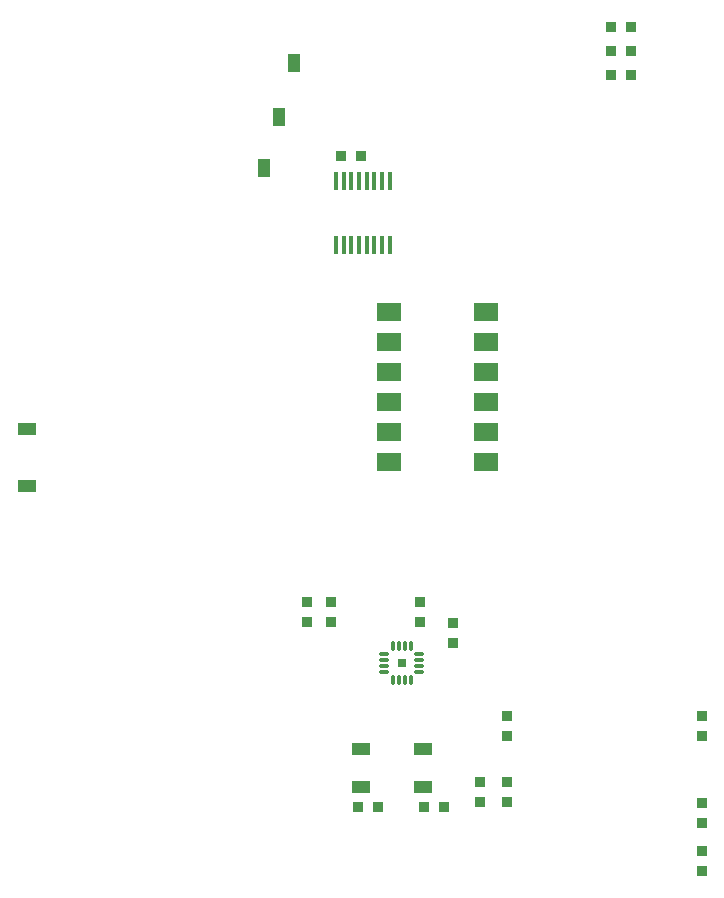
<source format=gtp>
G04*
G04 #@! TF.GenerationSoftware,Altium Limited,Altium Designer,22.1.2 (22)*
G04*
G04 Layer_Color=8421504*
%FSLAX25Y25*%
%MOIN*%
G70*
G04*
G04 #@! TF.SameCoordinates,8EC6406F-258D-449A-8705-EE3481E119B6*
G04*
G04*
G04 #@! TF.FilePolarity,Positive*
G04*
G01*
G75*
%ADD16O,0.01575X0.06299*%
%ADD17R,0.08465X0.05906*%
%ADD18R,0.03740X0.03740*%
%ADD19R,0.03937X0.06299*%
%ADD20R,0.03740X0.03740*%
%ADD21O,0.01102X0.03347*%
%ADD22O,0.03347X0.01102*%
%ADD23R,0.03150X0.03150*%
%ADD24R,0.06102X0.03937*%
%ADD25R,0.06299X0.03937*%
D16*
X579957Y390630D02*
D03*
X577398D02*
D03*
X574839D02*
D03*
X572280D02*
D03*
X569721D02*
D03*
X567161D02*
D03*
X564602D02*
D03*
X562043D02*
D03*
X579957Y369370D02*
D03*
X577398D02*
D03*
X574839D02*
D03*
X572280D02*
D03*
X569721D02*
D03*
X567161D02*
D03*
X564602D02*
D03*
X562043D02*
D03*
D17*
X612240Y297000D02*
D03*
Y307000D02*
D03*
Y317000D02*
D03*
Y327000D02*
D03*
Y337000D02*
D03*
Y347000D02*
D03*
X579760Y297000D02*
D03*
Y307000D02*
D03*
Y317000D02*
D03*
Y327000D02*
D03*
Y337000D02*
D03*
Y347000D02*
D03*
D18*
X563654Y399000D02*
D03*
X570346D02*
D03*
X569554Y181942D02*
D03*
X576247D02*
D03*
X598246D02*
D03*
X591553D02*
D03*
X660347Y426000D02*
D03*
X653653D02*
D03*
X660347Y434000D02*
D03*
X653653D02*
D03*
X660347Y442000D02*
D03*
X653653D02*
D03*
D19*
X548000Y430000D02*
D03*
X538000Y395000D02*
D03*
X543000Y412000D02*
D03*
D20*
X601000Y236653D02*
D03*
Y243347D02*
D03*
X684000Y167347D02*
D03*
Y176654D02*
D03*
X610000Y190347D02*
D03*
X619000D02*
D03*
X590000Y250346D02*
D03*
X552575D02*
D03*
X560575D02*
D03*
Y243653D02*
D03*
X552575D02*
D03*
X590000D02*
D03*
X619000Y183653D02*
D03*
X610000D02*
D03*
X619000Y212347D02*
D03*
Y205654D02*
D03*
X684000Y183346D02*
D03*
Y205654D02*
D03*
Y212347D02*
D03*
Y160653D02*
D03*
D21*
X586953Y224193D02*
D03*
X584984D02*
D03*
X583016D02*
D03*
X581047D02*
D03*
Y235807D02*
D03*
X583016D02*
D03*
X584984D02*
D03*
X586953D02*
D03*
D22*
X578193Y232953D02*
D03*
Y229016D02*
D03*
Y227047D02*
D03*
X589807D02*
D03*
Y229016D02*
D03*
Y230984D02*
D03*
Y232953D02*
D03*
X578193Y230984D02*
D03*
D23*
X584000Y230000D02*
D03*
D24*
X570565Y188643D02*
D03*
X591235D02*
D03*
Y201242D02*
D03*
X570565D02*
D03*
D25*
X459000Y308000D02*
D03*
Y289000D02*
D03*
M02*

</source>
